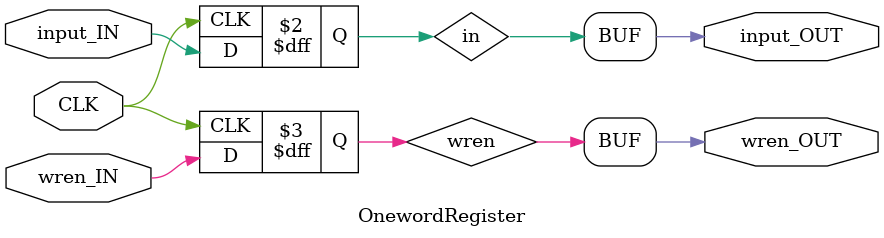
<source format=v>
module OnewordRegister(
   input  input_IN, wren_IN, CLK,
   output input_OUT, wren_OUT);

   reg    in, wren;

   always @ (posedge CLK) begin
      in <= input_IN;
      wren <= wren_IN;
   end
   
   assign input_OUT = in;
   assign wren_OUT = wren;
   
endmodule // OnewordRegister

</source>
